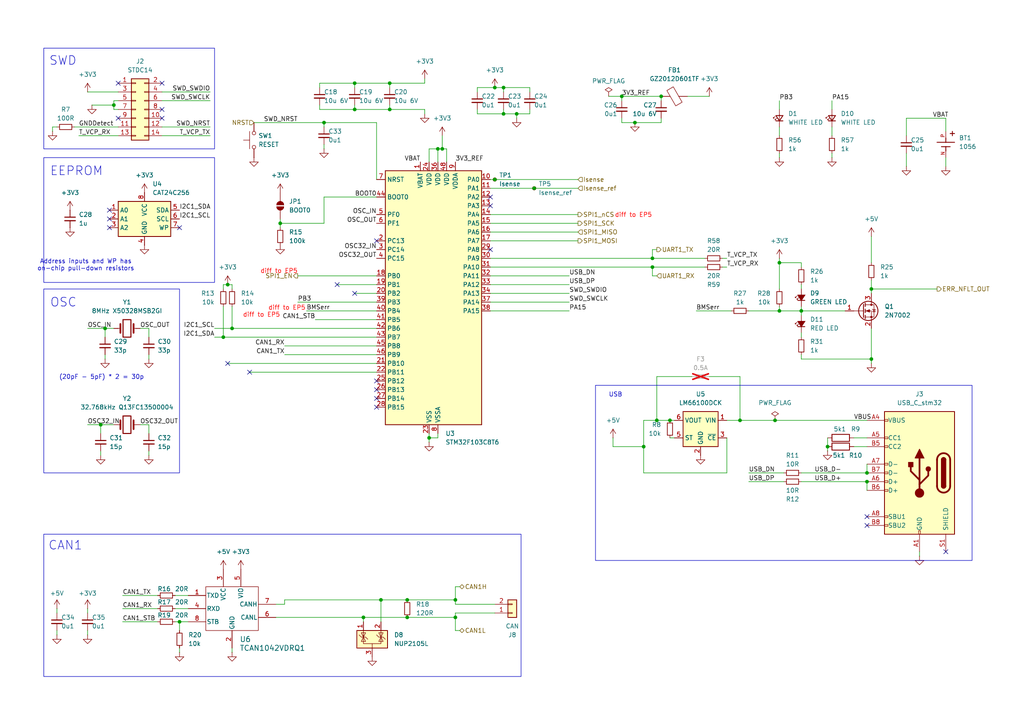
<source format=kicad_sch>
(kicad_sch (version 20231120) (generator "eeschema") (generator_version "8.0")
  (paper "A4")
  (title_block (title "ACC_BMSmaster") (date "2025-05-10") (rev "3.0") (company "NTURacing Team") (comment 1 "Powertrain Group") (comment 2 "Jack Kuo 郭哲明"))
  (junction (at 132.08 173.99))
  (junction (at 240.03 129.54))
  (junction (at 66.04 82.55))
  (junction (at 191.77 27.94))
  (junction (at 132.08 179.07))
  (junction (at 180.34 27.94))
  (junction (at 194.31 121.92))
  (junction (at 113.03 31.75))
  (junction (at 251.46 139.7))
  (junction (at 226.06 90.17))
  (junction (at 29.21 123.19))
  (junction (at 118.11 173.99))
  (junction (at 232.41 90.17))
  (junction (at 128.27 43.18))
  (junction (at 190.5 121.92))
  (junction (at 110.49 173.99))
  (junction (at 33.02 30.48))
  (junction (at 252.73 104.14))
  (junction (at 127 43.18))
  (junction (at 102.87 31.75))
  (junction (at 105.41 179.07))
  (junction (at 224.79 121.92))
  (junction (at 64.77 97.79))
  (junction (at 146.05 33.02))
  (junction (at 52.07 180.34))
  (junction (at 81.28 64.77))
  (junction (at 189.23 74.93))
  (junction (at 102.87 24.13))
  (junction (at 252.73 83.82))
  (junction (at 189.23 77.47))
  (junction (at 124.46 127))
  (junction (at 118.11 179.07))
  (junction (at 143.51 52.07))
  (junction (at 184.15 35.56))
  (junction (at 93.98 35.56))
  (junction (at 251.46 137.16))
  (junction (at 113.03 24.13))
  (junction (at 186.69 129.54))
  (junction (at 67.31 95.25))
  (junction (at 146.05 25.4))
  (junction (at 226.06 76.2))
  (junction (at 214.63 121.92))
  (junction (at 30.48 95.25))
  (junction (at 154.94 54.61))
  (junction (at 143.51 25.4))
  (junction (at 149.86 33.02))
  (no_connect (at 31.75 66.04))
  (no_connect (at 109.22 118.11))
  (no_connect (at 109.22 110.49))
  (no_connect (at 109.22 115.57))
  (no_connect (at 274.32 160.02))
  (no_connect (at 31.75 60.96))
  (no_connect (at 66.04 105.41))
  (no_connect (at 109.22 113.03))
  (no_connect (at 97.79 82.55))
  (no_connect (at 142.24 72.39))
  (no_connect (at 31.75 63.5))
  (no_connect (at 46.99 24.13))
  (no_connect (at 142.24 57.15))
  (no_connect (at 251.46 149.86))
  (no_connect (at 52.07 66.04))
  (no_connect (at 46.99 34.29))
  (no_connect (at 46.99 31.75))
  (no_connect (at 34.29 24.13))
  (no_connect (at 109.22 69.85))
  (no_connect (at 34.29 34.29))
  (no_connect (at 102.87 85.09))
  (no_connect (at 142.24 59.69))
  (no_connect (at 251.46 152.4))
  (no_connect (at 72.39 107.95))
  (wire (pts (xy 46.99 39.37) (xy 60.96 39.37)))
  (wire (pts (xy 232.41 82.55) (xy 232.41 83.82)))
  (wire (pts (xy 205.74 109.22) (xy 214.63 109.22)))
  (wire (pts (xy 25.4 184.15) (xy 25.4 182.88)))
  (wire (pts (xy 232.41 90.17) (xy 245.11 90.17)))
  (wire (pts (xy 142.24 69.85) (xy 167.64 69.85)))
  (wire (pts (xy 62.23 95.25) (xy 67.31 95.25)))
  (wire (pts (xy 16.51 184.15) (xy 16.51 182.88)))
  (wire (pts (xy 46.99 29.21) (xy 60.96 29.21)))
  (wire (pts (xy 232.41 137.16) (xy 251.46 137.16)))
  (wire (pts (xy 217.17 137.16) (xy 227.33 137.16)))
  (wire (pts (xy 143.51 177.8) (xy 132.08 177.8)))
  (wire (pts (xy 72.39 107.95) (xy 109.22 107.95)))
  (wire (pts (xy 16.51 177.8) (xy 16.51 176.53)))
  (wire (pts (xy 180.34 27.94) (xy 180.34 29.21)))
  (wire (pts (xy 102.87 24.13) (xy 102.87 25.4)))
  (wire (pts (xy 35.56 176.53) (xy 45.72 176.53)))
  (wire (pts (xy 146.05 25.4) (xy 153.67 25.4)))
  (wire (pts (xy 247.65 127) (xy 251.46 127)))
  (wire (pts (xy 129.54 43.18) (xy 129.54 46.99)))
  (wire (pts (xy 30.48 102.87) (xy 30.48 104.14)))
  (wire (pts (xy 15.24 36.83) (xy 15.24 38.1)))
  (wire (pts (xy 92.71 24.13) (xy 92.71 25.4)))
  (wire (pts (xy 190.5 72.39) (xy 189.23 72.39)))
  (wire (pts (xy 128.27 39.37) (xy 128.27 43.18)))
  (wire (pts (xy 127 127) (xy 124.46 127)))
  (wire (pts (xy 30.48 95.25) (xy 30.48 97.79)))
  (wire (pts (xy 153.67 25.4) (xy 153.67 26.67)))
  (wire (pts (xy 180.34 27.94) (xy 191.77 27.94)))
  (wire (pts (xy 109.22 35.56) (xy 109.22 52.07)))
  (wire (pts (xy 124.46 43.18) (xy 124.46 46.99)))
  (wire (pts (xy 138.43 33.02) (xy 146.05 33.02)))
  (wire (pts (xy 35.56 180.34) (xy 45.72 180.34)))
  (wire (pts (xy 252.73 104.14) (xy 252.73 105.41)))
  (wire (pts (xy 252.73 95.25) (xy 252.73 104.14)))
  (wire (pts (xy 262.89 48.26) (xy 262.89 44.45)))
  (wire (pts (xy 226.06 76.2) (xy 226.06 83.82)))
  (wire (pts (xy 80.01 179.07) (xy 105.41 179.07)))
  (wire (pts (xy 180.34 35.56) (xy 184.15 35.56)))
  (wire (pts (xy 22.86 39.37) (xy 34.29 39.37)))
  (wire (pts (xy 189.23 72.39) (xy 189.23 74.93)))
  (wire (pts (xy 274.32 48.26) (xy 274.32 45.72)))
  (wire (pts (xy 146.05 25.4) (xy 146.05 26.67)))
  (wire (pts (xy 25.4 95.25) (xy 30.48 95.25)))
  (wire (pts (xy 241.3 29.21) (xy 241.3 31.75)))
  (wire (pts (xy 226.06 45.72) (xy 226.06 44.45)))
  (wire (pts (xy 189.23 77.47) (xy 204.47 77.47)))
  (wire (pts (xy 201.93 90.17) (xy 212.09 90.17)))
  (wire (pts (xy 232.41 88.9) (xy 232.41 90.17)))
  (wire (pts (xy 226.06 39.37) (xy 226.06 36.83)))
  (wire (pts (xy 33.02 31.75) (xy 34.29 31.75)))
  (wire (pts (xy 124.46 128.27) (xy 124.46 127)))
  (wire (pts (xy 30.48 95.25) (xy 33.02 95.25)))
  (wire (pts (xy 82.55 173.99) (xy 110.49 173.99)))
  (wire (pts (xy 46.99 36.83) (xy 60.96 36.83)))
  (wire (pts (xy 81.28 66.04) (xy 81.28 64.77)))
  (wire (pts (xy 102.87 24.13) (xy 113.03 24.13)))
  (wire (pts (xy 102.87 31.75) (xy 92.71 31.75)))
  (wire (pts (xy 138.43 25.4) (xy 138.43 26.67)))
  (wire (pts (xy 93.98 36.83) (xy 93.98 35.56)))
  (wire (pts (xy 43.18 97.79) (xy 43.18 95.25)))
  (wire (pts (xy 132.08 170.18) (xy 133.35 170.18)))
  (wire (pts (xy 266.7 161.29) (xy 266.7 160.02)))
  (wire (pts (xy 128.27 43.18) (xy 129.54 43.18)))
  (wire (pts (xy 142.24 85.09) (xy 165.1 85.09)))
  (wire (pts (xy 67.31 88.9) (xy 67.31 95.25)))
  (wire (pts (xy 195.58 127) (xy 194.31 127)))
  (wire (pts (xy 109.22 57.15) (xy 93.98 57.15)))
  (wire (pts (xy 146.05 33.02) (xy 146.05 31.75)))
  (wire (pts (xy 82.55 173.99) (xy 82.55 175.26)))
  (wire (pts (xy 132.08 182.88) (xy 132.08 179.07)))
  (wire (pts (xy 50.8 172.72) (xy 54.61 172.72)))
  (wire (pts (xy 142.24 87.63) (xy 165.1 87.63)))
  (wire (pts (xy 50.8 176.53) (xy 54.61 176.53)))
  (wire (pts (xy 200.66 109.22) (xy 190.5 109.22)))
  (wire (pts (xy 189.23 74.93) (xy 204.47 74.93)))
  (wire (pts (xy 113.03 31.75) (xy 113.03 30.48)))
  (wire (pts (xy 214.63 109.22) (xy 214.63 121.92)))
  (wire (pts (xy 113.03 24.13) (xy 113.03 25.4)))
  (wire (pts (xy 82.55 100.33) (xy 109.22 100.33)))
  (wire (pts (xy 217.17 90.17) (xy 226.06 90.17)))
  (wire (pts (xy 102.87 24.13) (xy 92.71 24.13)))
  (wire (pts (xy 146.05 33.02) (xy 149.86 33.02)))
  (wire (pts (xy 123.19 33.02) (xy 123.19 31.75)))
  (wire (pts (xy 189.23 80.01) (xy 189.23 77.47)))
  (wire (pts (xy 262.89 34.29) (xy 274.32 34.29)))
  (wire (pts (xy 102.87 85.09) (xy 109.22 85.09)))
  (wire (pts (xy 142.24 90.17) (xy 165.1 90.17)))
  (wire (pts (xy 93.98 41.91) (xy 93.98 43.18)))
  (wire (pts (xy 105.41 179.07) (xy 118.11 179.07)))
  (wire (pts (xy 240.03 127) (xy 240.03 129.54)))
  (wire (pts (xy 91.44 92.71) (xy 109.22 92.71)))
  (wire (pts (xy 128.27 43.18) (xy 127 43.18)))
  (wire (pts (xy 226.06 90.17) (xy 232.41 90.17)))
  (wire (pts (xy 16.51 36.83) (xy 15.24 36.83)))
  (wire (pts (xy 86.36 87.63) (xy 109.22 87.63)))
  (wire (pts (xy 138.43 33.02) (xy 138.43 31.75)))
  (wire (pts (xy 35.56 172.72) (xy 45.72 172.72)))
  (wire (pts (xy 132.08 170.18) (xy 132.08 173.99)))
  (wire (pts (xy 240.03 129.54) (xy 240.03 130.81)))
  (wire (pts (xy 81.28 64.77) (xy 81.28 63.5)))
  (wire (pts (xy 113.03 31.75) (xy 102.87 31.75)))
  (wire (pts (xy 123.19 22.86) (xy 123.19 24.13)))
  (wire (pts (xy 176.53 27.94) (xy 180.34 27.94)))
  (wire (pts (xy 191.77 29.21) (xy 191.77 27.94)))
  (wire (pts (xy 127 43.18) (xy 127 46.99)))
  (wire (pts (xy 190.5 121.92) (xy 186.69 121.92)))
  (wire (pts (xy 33.02 29.21) (xy 33.02 30.48)))
  (wire (pts (xy 92.71 31.75) (xy 92.71 30.48)))
  (wire (pts (xy 43.18 125.73) (xy 43.18 123.19)))
  (wire (pts (xy 143.51 25.4) (xy 146.05 25.4)))
  (wire (pts (xy 142.24 74.93) (xy 189.23 74.93)))
  (wire (pts (xy 190.5 109.22) (xy 190.5 121.92)))
  (wire (pts (xy 142.24 80.01) (xy 165.1 80.01)))
  (wire (pts (xy 29.21 123.19) (xy 29.21 125.73)))
  (wire (pts (xy 241.3 45.72) (xy 241.3 44.45)))
  (wire (pts (xy 102.87 31.75) (xy 102.87 30.48)))
  (wire (pts (xy 62.23 97.79) (xy 64.77 97.79)))
  (wire (pts (xy 232.41 97.79) (xy 232.41 96.52)))
  (wire (pts (xy 149.86 34.29) (xy 149.86 33.02)))
  (wire (pts (xy 180.34 34.29) (xy 180.34 35.56)))
  (wire (pts (xy 167.64 54.61) (xy 154.94 54.61)))
  (wire (pts (xy 143.51 175.26) (xy 132.08 175.26)))
  (wire (pts (xy 195.58 121.92) (xy 194.31 121.92)))
  (wire (pts (xy 186.69 129.54) (xy 186.69 137.16)))
  (wire (pts (xy 52.07 182.88) (xy 52.07 180.34)))
  (wire (pts (xy 93.98 64.77) (xy 81.28 64.77)))
  (wire (pts (xy 113.03 24.13) (xy 123.19 24.13)))
  (wire (pts (xy 43.18 130.81) (xy 43.18 132.08)))
  (wire (pts (xy 190.5 80.01) (xy 189.23 80.01)))
  (wire (pts (xy 67.31 95.25) (xy 109.22 95.25)))
  (wire (pts (xy 93.98 35.56) (xy 109.22 35.56)))
  (wire (pts (xy 66.04 105.41) (xy 109.22 105.41)))
  (wire (pts (xy 210.82 74.93) (xy 209.55 74.93)))
  (wire (pts (xy 224.79 121.92) (xy 251.46 121.92)))
  (wire (pts (xy 33.02 30.48) (xy 33.02 31.75)))
  (wire (pts (xy 93.98 57.15) (xy 93.98 64.77)))
  (wire (pts (xy 33.02 30.48) (xy 26.67 30.48)))
  (wire (pts (xy 217.17 139.7) (xy 227.33 139.7)))
  (wire (pts (xy 40.64 95.25) (xy 43.18 95.25)))
  (wire (pts (xy 199.39 27.94) (xy 205.74 27.94)))
  (wire (pts (xy 232.41 90.17) (xy 232.41 91.44)))
  (wire (pts (xy 209.55 77.47) (xy 210.82 77.47)))
  (wire (pts (xy 252.73 83.82) (xy 271.78 83.82)))
  (wire (pts (xy 184.15 35.56) (xy 191.77 35.56)))
  (wire (pts (xy 226.06 74.93) (xy 226.06 76.2)))
  (wire (pts (xy 177.8 127) (xy 177.8 129.54)))
  (wire (pts (xy 142.24 77.47) (xy 189.23 77.47)))
  (wire (pts (xy 142.24 67.31) (xy 167.64 67.31)))
  (wire (pts (xy 232.41 76.2) (xy 226.06 76.2)))
  (wire (pts (xy 64.77 82.55) (xy 64.77 83.82)))
  (wire (pts (xy 210.82 127) (xy 210.82 137.16)))
  (wire (pts (xy 214.63 121.92) (xy 224.79 121.92)))
  (wire (pts (xy 123.19 31.75) (xy 113.03 31.75)))
  (wire (pts (xy 21.59 36.83) (xy 34.29 36.83)))
  (wire (pts (xy 64.77 88.9) (xy 64.77 97.79)))
  (wire (pts (xy 186.69 121.92) (xy 186.69 129.54)))
  (wire (pts (xy 25.4 177.8) (xy 25.4 176.53)))
  (wire (pts (xy 252.73 85.09) (xy 252.73 83.82)))
  (wire (pts (xy 80.01 175.26) (xy 82.55 175.26)))
  (wire (pts (xy 226.06 88.9) (xy 226.06 90.17)))
  (wire (pts (xy 167.64 52.07) (xy 143.51 52.07)))
  (wire (pts (xy 67.31 82.55) (xy 66.04 82.55)))
  (wire (pts (xy 132.08 173.99) (xy 118.11 173.99)))
  (wire (pts (xy 25.4 26.67) (xy 34.29 26.67)))
  (wire (pts (xy 232.41 139.7) (xy 251.46 139.7)))
  (wire (pts (xy 52.07 180.34) (xy 54.61 180.34)))
  (wire (pts (xy 52.07 189.23) (xy 52.07 187.96)))
  (wire (pts (xy 105.41 179.07) (xy 105.41 180.34)))
  (wire (pts (xy 97.79 82.55) (xy 109.22 82.55)))
  (wire (pts (xy 25.4 123.19) (xy 29.21 123.19)))
  (wire (pts (xy 127 43.18) (xy 124.46 43.18)))
  (wire (pts (xy 132.08 177.8) (xy 132.08 179.07)))
  (wire (pts (xy 40.64 123.19) (xy 43.18 123.19)))
  (wire (pts (xy 46.99 26.67) (xy 60.96 26.67)))
  (wire (pts (xy 232.41 104.14) (xy 232.41 102.87)))
  (wire (pts (xy 64.77 97.79) (xy 109.22 97.79)))
  (wire (pts (xy 132.08 179.07) (xy 118.11 179.07)))
  (wire (pts (xy 232.41 104.14) (xy 252.73 104.14)))
  (wire (pts (xy 143.51 52.07) (xy 142.24 52.07)))
  (wire (pts (xy 67.31 189.23) (xy 67.31 187.96)))
  (wire (pts (xy 247.65 129.54) (xy 251.46 129.54)))
  (wire (pts (xy 142.24 64.77) (xy 167.64 64.77)))
  (wire (pts (xy 274.32 34.29) (xy 274.32 38.1)))
  (wire (pts (xy 64.77 82.55) (xy 66.04 82.55)))
  (wire (pts (xy 142.24 82.55) (xy 165.1 82.55)))
  (wire (pts (xy 82.55 102.87) (xy 109.22 102.87)))
  (wire (pts (xy 67.31 83.82) (xy 67.31 82.55)))
  (wire (pts (xy 191.77 35.56) (xy 191.77 34.29)))
  (wire (pts (xy 110.49 173.99) (xy 118.11 173.99)))
  (wire (pts (xy 251.46 139.7) (xy 251.46 142.24)))
  (wire (pts (xy 149.86 33.02) (xy 153.67 33.02)))
  (wire (pts (xy 241.3 39.37) (xy 241.3 36.83)))
  (wire (pts (xy 252.73 81.28) (xy 252.73 83.82)))
  (wire (pts (xy 73.66 35.56) (xy 93.98 35.56)))
  (wire (pts (xy 29.21 130.81) (xy 29.21 132.08)))
  (wire (pts (xy 29.21 123.19) (xy 33.02 123.19)))
  (wire (pts (xy 132.08 182.88) (xy 133.35 182.88)))
  (wire (pts (xy 50.8 180.34) (xy 52.07 180.34)))
  (wire (pts (xy 132.08 175.26) (xy 132.08 173.99)))
  (wire (pts (xy 194.31 121.92) (xy 190.5 121.92)))
  (wire (pts (xy 153.67 33.02) (xy 153.67 31.75)))
  (wire (pts (xy 262.89 34.29) (xy 262.89 39.37)))
  (wire (pts (xy 226.06 29.21) (xy 226.06 31.75)))
  (wire (pts (xy 127 125.73) (xy 127 127)))
  (wire (pts (xy 34.29 29.21) (xy 33.02 29.21)))
  (wire (pts (xy 110.49 173.99) (xy 110.49 180.34)))
  (wire (pts (xy 154.94 54.61) (xy 142.24 54.61)))
  (wire (pts (xy 210.82 121.92) (xy 214.63 121.92)))
  (wire (pts (xy 43.18 102.87) (xy 43.18 104.14)))
  (wire (pts (xy 251.46 134.62) (xy 251.46 137.16)))
  (wire (pts (xy 143.51 25.4) (xy 138.43 25.4)))
  (wire (pts (xy 142.24 62.23) (xy 167.64 62.23)))
  (wire (pts (xy 252.73 68.58) (xy 252.73 76.2)))
  (wire (pts (xy 177.8 129.54) (xy 186.69 129.54)))
  (wire (pts (xy 210.82 137.16) (xy 186.69 137.16)))
  (wire (pts (xy 124.46 127) (xy 124.46 125.73)))
  (wire (pts (xy 88.9 90.17) (xy 109.22 90.17)))
  (wire (pts (xy 232.41 77.47) (xy 232.41 76.2)))
  (wire (pts (xy 86.36 80.01) (xy 109.22 80.01)))
  (rectangle (start 12.7 13.97) (end 62.23 43.18))
  (rectangle (start 172.72 111.76) (end 281.94 162.56))
  (rectangle (start 12.7 45.72) (end 62.23 81.915))
  (rectangle (start 12.7 154.94) (end 151.13 196.215))
  (rectangle (start 12.7 83.82) (end 52.07 137.16))
  (text "diff to EP5" (at 178.308 62.484 0) (effects (font (size 1.27 1.27)) (justify left)))
  (text "diff to EP5" (at 86.36 78.74 0) (effects (font (size 1.27 1.27)) (justify right)))
  (text "EEPROM" (at 14.478 48.26 0) (effects (font (size 2.54 2.54)) (justify left top)))
  (text "SWD" (at 14.224 16.256 0) (effects (font (size 2.54 2.54)) (justify left top)))
  (text "Address inputs and WP has\non-chip pull-down resistors" (at 24.892 76.962 0) (effects (font (size 1.27 1.27))))
  (text "OSC" (at 14.478 86.36 0) (effects (font (size 2.54 2.54)) (justify left top)))
  (text "(20pF - 5pF) * 2 = 30p" (at 29.464 109.474 0) (effects (font (size 1.27 1.27))))
  (text "USB" (at 176.53 115.316 0) (effects (font (size 1.27 1.27)) (justify left bottom)))
  (text "diff to EP5" (at 81.28 91.44 0) (effects (font (size 1.27 1.27)) (justify right)))
  (text "diff to EP5" (at 88.646 89.408 0) (effects (font (size 1.27 1.27)) (justify right)))
  (text "CAN1" (at 13.97 156.845 0) (effects (font (size 2.54 2.54)) (justify left top)))
  (label "OSC32_OUT" (at 109.22 74.93 180))
  (label "CAN1_STB" (at 91.44 92.71 180))
  (label "OSC32_IN" (at 25.4 123.19 0))
  (label "OSC32_OUT" (at 40.64 123.19 0))
  (label "T_VCP_TX" (at 210.82 74.93 0))
  (label "OSC_OUT" (at 109.22 64.77 180))
  (label "SWD_SWCLK" (at 60.96 29.21 180))
  (label "CAN1_TX" (at 82.55 102.87 180))
  (label "OSC_OUT" (at 40.64 95.25 0))
  (label "PB3" (at 226.06 29.21 0))
  (label "SWD_NRST" (at 60.96 36.83 180))
  (label "OSC_IN" (at 109.22 62.23 180))
  (label "BMSerr" (at 201.93 90.17 0))
  (label "VBAT" (at 121.92 46.99 180))
  (label "CAN1_STB" (at 35.56 180.34 0))
  (label "USB_DP" (at 165.1 82.55 0))
  (label "USB_D+" (at 236.22 139.7 0))
  (label "BOOT0" (at 109.22 57.15 180))
  (label "OSC_IN" (at 25.4 95.25 0))
  (label "USB_DP" (at 217.17 139.7 0))
  (label "3V3_REF" (at 132.08 46.99 0))
  (label "I2C1_SDA" (at 62.23 97.79 180))
  (label "GNDDetect" (at 22.86 36.83 0))
  (label "CAN1_TX" (at 35.56 172.72 0))
  (label "I2C1_SCL" (at 52.07 63.5 0))
  (label "USB_DN" (at 165.1 80.01 0))
  (label "I2C1_SDA" (at 52.07 60.96 0))
  (label "PB3" (at 86.36 87.63 0))
  (label "PA15" (at 165.1 90.17 0))
  (label "VBUS" (at 247.65 121.92 0))
  (label "CAN1_RX" (at 35.56 176.53 0))
  (label "T_VCP_RX" (at 210.82 77.47 0))
  (label "CAN1_RX" (at 82.55 100.33 180))
  (label "SWD_SWDIO" (at 165.1 85.09 0))
  (label "T_VCP_TX" (at 60.96 39.37 180))
  (label "USB_DN" (at 217.17 137.16 0))
  (label "SWD_NRST" (at 86.36 35.56 180))
  (label "BMSerr" (at 88.9 90.17 0))
  (label "SWD_SWCLK" (at 165.1 87.63 0))
  (label "3V3_REF" (at 180.34 27.94 0))
  (label "I2C1_SCL" (at 62.23 95.25 180))
  (label "PA15" (at 241.3 29.21 0))
  (label "OSC32_IN" (at 109.22 72.39 180))
  (label "VBAT" (at 270.51 34.29 0))
  (label "USB_D-" (at 236.22 137.16 0))
  (label "SWD_SWDIO" (at 60.96 26.67 180))
  (label "T_VCP_RX" (at 22.86 39.37 0))
  (hierarchical_label "Isense_ref" (shape input) (at 167.64 54.61 0))
  (hierarchical_label "CAN1L" (shape bidirectional) (at 133.35 182.88 0))
  (hierarchical_label "SPI1_MISO" (shape input) (at 167.64 67.31 0))
  (hierarchical_label "CAN1H" (shape bidirectional) (at 133.35 170.18 0))
  (hierarchical_label "SPI1_MOSI" (shape output) (at 167.64 69.85 0))
  (hierarchical_label "SPI1_nCS" (shape output) (at 167.64 62.23 0))
  (hierarchical_label "SPI1_EN" (shape output) (at 86.36 80.01 180))
  (hierarchical_label "NRST" (shape input) (at 73.66 35.56 180))
  (hierarchical_label "UART1_RX" (shape input) (at 190.5 80.01 0))
  (hierarchical_label "SPI1_SCK" (shape output) (at 167.64 64.77 0))
  (hierarchical_label "ERR_NFLT_OUT" (shape output) (at 271.78 83.82 0))
  (hierarchical_label "UART1_TX" (shape output) (at 190.5 72.39 0))
  (hierarchical_label "Isense" (shape input) (at 167.64 52.07 0))
  (symbol (lib_id "power:GND") (at 240.03 130.81 0) (unit 1)
    (property "Reference" "#PWR047" (effects (hide yes)))
    (property "Value" "GND" (effects (hide yes)))
    (property "Description" "Power symbol creates a global label with name \"GND\" , ground" (effects (hide yes)))
  )
  (symbol (lib_id "Device:R_Small") (at 19.05 36.83 90) (unit 1)
    (property "Reference" "R7" (at 19.05 31.75 90))
    (property "Value" "100R" (at 19.05 34.29 90))
    (property "Footprint" "Resistor_SMD:R_0402_1005Metric" (effects (hide yes)))
    (property "Description" "Resistor, small symbol" (effects (hide yes)))
  )
  (symbol (lib_id "Device:R_Small") (at 229.87 137.16 90) (unit 1)
    (property "Reference" "R11" (at 229.87 132.08 90))
    (property "Value" "10R" (at 229.87 134.62 90))
    (property "Footprint" "Resistor_SMD:R_0402_1005Metric" (effects (hide yes)))
    (property "Description" "Resistor, small symbol" (effects (hide yes)))
  )
  (symbol (lib_id "Device:R_Small") (at 232.41 80.01 0) (unit 1)
    (property "Reference" "R26" (at 234.95 78.7399 0) (effects (justify left)))
    (property "Value" "1k" (at 234.95 81.2799 0) (effects (justify left)))
    (property "Footprint" "Resistor_SMD:R_0402_1005Metric" (effects (hide yes)))
    (property "Description" "Resistor, small symbol" (effects (hide yes)))
  )
  (symbol (lib_id "Device:R_Small") (at 232.41 100.33 0) (unit 1)
    (property "Reference" "R31" (at 234.95 99.0599 0) (effects (justify left)))
    (property "Value" "1k" (at 234.95 101.5999 0) (effects (justify left)))
    (property "Footprint" "Resistor_SMD:R_0402_1005Metric" (effects (hide yes)))
    (property "Description" "Resistor, small symbol" (effects (hide yes)))
  )
  (symbol (lib_id "Device:R_Small") (at 67.31 86.36 0) (unit 1)
    (property "Reference" "R14" (at 69.85 85.09 0) (effects (justify left)))
    (property "Value" "10k" (at 69.85 87.63 0) (effects (justify left)))
    (property "Footprint" "Resistor_SMD:R_0402_1005Metric" (effects (hide yes)))
    (property "Description" "Resistor, small symbol" (effects (hide yes)))
  )
  (symbol (lib_id "Power_Protection:NUP2105L") (at 107.95 185.42 0) (unit 1)
    (property "Reference" "D8" (at 114.3 184.1499 0) (effects (justify left)))
    (property "Value" "NUP2105L" (at 114.3 186.6899 0) (effects (justify left)))
    (property "Footprint" "Package_TO_SOT_SMD:SOT-23" (effects (hide yes)))
    (property "Datasheet" "https://www.onsemi.com/pub_link/Collateral/NUP2105L-D.PDF" (effects (hide yes)))
    (property "Description" "Dual Line CAN Bus Protector, 24Vrwm" (effects (hide yes)))
  )
  (symbol (lib_id "Device:C_Small") (at 30.48 100.33 0) (unit 1)
    (property "Reference" "C29" (at 33.02 99.0663 0) (effects (justify left)))
    (property "Value" "33p" (at 33.02 101.6063 0) (effects (justify left)))
    (property "Footprint" "Capacitor_SMD:C_0402_1005Metric" (effects (hide yes)))
    (property "Description" "Unpolarized capacitor, small symbol" (effects (hide yes)))
  )
  (symbol (lib_id "Device:C_Small") (at 43.18 128.27 0) (unit 1)
    (property "Reference" "C32" (at 45.72 127.0062 0) (effects (justify left)))
    (property "Value" "15p" (at 45.72 129.5462 0) (effects (justify left)))
    (property "Footprint" "Capacitor_SMD:C_0402_1005Metric" (effects (hide yes)))
    (property "Description" "Unpolarized capacitor, small symbol" (effects (hide yes)))
  )
  (symbol (lib_id "power:GND") (at 29.21 132.08 0) (unit 1)
    (property "Reference" "#PWR043" (effects (hide yes)))
    (property "Value" "GND" (effects (hide yes)))
    (property "Description" "Power symbol creates a global label with name \"GND\" , ground" (effects (hide yes)))
  )
  (symbol (lib_id "Device:C_Small") (at 92.71 27.94 0) (unit 1)
    (property "Reference" "C18" (at 93.98 26.67 0) (effects (justify left)))
    (property "Value" "10u 6V" (at 93.98 29.21 0) (effects (justify left)))
    (property "Footprint" "Capacitor_SMD:C_0402_1005Metric" (effects (hide yes)))
    (property "Description" "Unpolarized capacitor, small symbol" (effects (hide yes)))
  )
  (symbol (lib_id "Device:LED_Small_Filled") (at 232.41 93.98 90) (unit 1)
    (property "Reference" "D11" (at 234.95 92.6464 90) (effects (justify right)))
    (property "Value" "RED LED" (at 234.95 95.1864 90) (effects (justify right)))
    (property "Footprint" "LED_SMD:LED_0603_1608Metric" (effects (hide yes)))
    (property "Description" "Light emitting diode, small symbol, filled shape" (effects (hide yes)))
  )
  (symbol (lib_id "power:GND") (at 226.06 45.72 0) (unit 1)
    (property "Reference" "#PWR0108" (effects (hide yes)))
    (property "Value" "GND" (effects (hide yes)))
    (property "Description" "Power symbol creates a global label with name \"GND\" , ground" (effects (hide yes)))
  )
  (symbol (lib_id "power:+3V3") (at 69.85 165.1 0) (unit 1)
    (property "Reference" "#PWR055" (effects (hide yes)))
    (property "Value" "+3V3" (at 69.85 160.02 0))
    (property "Description" "Power symbol creates a global label with name \"+3V3\"" (effects (hide yes)))
  )
  (symbol (lib_id "power:GND") (at 16.51 184.15 0) (unit 1)
    (property "Reference" "#PWR058" (effects (hide yes)))
    (property "Value" "GND" (effects (hide yes)))
    (property "Description" "Power symbol creates a global label with name \"GND\" , ground" (effects (hide yes)))
  )
  (symbol (lib_id "power:+3V3") (at 25.4 26.67 0) (unit 1)
    (property "Reference" "#PWR034" (effects (hide yes)))
    (property "Value" "+3V3" (at 25.4 21.59 0))
    (property "Description" "Power symbol creates a global label with name \"+3V3\"" (effects (hide yes)))
  )
  (symbol (lib_id "power:GND") (at 30.48 104.14 0) (unit 1)
    (property "Reference" "#PWR041" (effects (hide yes)))
    (property "Value" "GND" (effects (hide yes)))
    (property "Description" "Power symbol creates a global label with name \"GND\" , ground" (effects (hide yes)))
  )
  (symbol (lib_id "Switch:SW_Push") (at 73.66 40.64 90) (unit 1)
    (property "Reference" "SW1" (at 74.93 39.37 90) (effects (justify right)))
    (property "Value" "RESET" (at 74.93 41.91 90) (effects (justify right)))
    (property "Footprint" "Button_Switch_SMD:SW_Tactile_SPST_NO_Straight_CK_PTS636Sx25SMTRLFS" (effects (hide yes)))
    (property "Description" "Push button switch, generic, two pins" (effects (hide yes)))
  )
  (symbol (lib_id "power:+5V") (at 252.73 68.58 0) (unit 1)
    (property "Reference" "#PWR072" (effects (hide yes)))
    (property "Value" "+5V" (at 252.73 63.5 0))
    (property "Description" "Power symbol creates a global label with name \"+5V\"" (effects (hide yes)))
  )
  (symbol (lib_id "Device:C_Small") (at 25.4 180.34 0) (unit 1)
    (property "Reference" "C35" (at 26.67 179.07 0) (effects (justify left)))
    (property "Value" "0u1" (at 26.67 181.61 0) (effects (justify left)))
    (property "Footprint" "Capacitor_SMD:C_0402_1005Metric" (effects (hide yes)))
    (property "Description" "Unpolarized capacitor, small symbol" (effects (hide yes)))
  )
  (symbol (lib_id "Connector:TestPoint_Small") (at 143.51 52.07 0) (unit 1)
    (property "Reference" "TP1" (at 144.78 50.8 0) (effects (justify left)))
    (property "Value" "Isense" (at 144.78 53.34 0) (effects (justify left)))
    (property "Footprint" "TestPoint:TestPoint_Pad_D1.0mm" (effects (hide yes)))
    (property "Description" "test point" (effects (hide yes)))
  )
  (symbol (lib_id "power:GND") (at 26.67 30.48 0) (unit 1)
    (property "Reference" "#PWR035" (effects (hide yes)))
    (property "Value" "GND" (effects (hide yes)))
    (property "Description" "Power symbol creates a global label with name \"GND\" , ground" (effects (hide yes)))
  )
  (symbol (lib_id "MCU_ST_STM32F3:STM32F303C8Tx") (at 124.46 87.63 0) (unit 1)
    (property "Reference" "U3" (at 129.1941 125.73 0) (effects (justify left)))
    (property "Value" "STM32F103C8T6" (at 129.1941 128.27 0) (effects (justify left)))
    (property "Footprint" "Package_QFP:LQFP-48_7x7mm_P0.5mm" (effects (hide yes)))
    (property "Datasheet" "https://www.st.com/resource/en/datasheet/stm32f303c8.pdf" (effects (hide yes)))
    (property "Description" "STMicroelectronics Arm Cortex-M4 MCU, 64KB flash, 16KB RAM, 72 MHz, 2.0-3.6V, 37 GPIO, LQFP48" (effects (hide yes)))
  )
  (symbol (lib_id "power:+3V3") (at 81.28 55.88 0) (unit 1)
    (property "Reference" "#PWR052" (effects (hide yes)))
    (property "Value" "+3V3" (at 81.28 50.8 0))
    (property "Description" "Power symbol creates a global label with name \"+3V3\"" (effects (hide yes)))
  )
  (symbol (lib_id "Device:R") (at 243.84 127 90) (unit 1)
    (property "Reference" "R9" (at 248.158 124.46 90))
    (property "Value" "5k1" (at 243.586 124.46 90))
    (property "Footprint" "Resistor_SMD:R_0402_1005Metric" (effects (hide yes)))
    (property "Description" "Resistor" (effects (hide yes)))
  )
  (symbol (lib_id "power:GND") (at 107.95 190.5 0) (unit 1)
    (property "Reference" "#PWR062" (effects (hide yes)))
    (property "Value" "GND" (effects (hide yes)))
    (property "Description" "Power symbol creates a global label with name \"GND\" , ground" (effects (hide yes)))
  )
  (symbol (lib_id "power:GND") (at 43.18 104.14 0) (unit 1)
    (property "Reference" "#PWR042" (effects (hide yes)))
    (property "Value" "GND" (effects (hide yes)))
    (property "Description" "Power symbol creates a global label with name \"GND\" , ground" (effects (hide yes)))
  )
  (symbol (lib_id "Device:R") (at 243.84 129.54 90) (mirror x) (unit 1)
    (property "Reference" "R10" (at 248.158 132.08 90))
    (property "Value" "5k1" (at 243.332 132.08 90))
    (property "Footprint" "Resistor_SMD:R_0402_1005Metric" (effects (hide yes)))
    (property "Description" "Resistor" (effects (hide yes)))
  )
  (symbol (lib_id "Device:R_Small") (at 226.06 86.36 0) (mirror y) (unit 1)
    (property "Reference" "R28" (at 223.52 85.09 0) (effects (justify left)))
    (property "Value" "10k" (at 223.52 87.63 0) (effects (justify left)))
    (property "Footprint" "Resistor_SMD:R_0402_1005Metric" (effects (hide yes)))
    (property "Description" "Resistor, small symbol" (effects (hide yes)))
  )
  (symbol (lib_id "Device:R_Small") (at 48.26 172.72 90) (unit 1)
    (property "Reference" "R16" (at 47.625 170.815 90))
    (property "Value" "20R" (at 52.705 170.815 90))
    (property "Footprint" "Resistor_SMD:R_0402_1005Metric" (effects (hide yes)))
    (property "Description" "Resistor, small symbol" (effects (hide yes)))
  )
  (symbol (lib_id "Device:C_Small") (at 29.21 128.27 0) (unit 1)
    (property "Reference" "C31" (at 31.75 127.0062 0) (effects (justify left)))
    (property "Value" "15p" (at 31.75 129.5462 0) (effects (justify left)))
    (property "Footprint" "Capacitor_SMD:C_0402_1005Metric" (effects (hide yes)))
    (property "Description" "Unpolarized capacitor, small symbol" (effects (hide yes)))
  )
  (symbol (lib_id "power:GND") (at 252.73 105.41 0) (unit 1)
    (property "Reference" "#PWR074" (effects (hide yes)))
    (property "Value" "GND" (effects (hide yes)))
    (property "Description" "Power symbol creates a global label with name \"GND\" , ground" (effects (hide yes)))
  )
  (symbol (lib_id "Device:C_Small") (at 146.05 29.21 0) (unit 1)
    (property "Reference" "C23" (at 147.32 27.94 0) (effects (justify left)))
    (property "Value" "0u1" (at 147.32 30.48 0) (effects (justify left)))
    (property "Footprint" "Capacitor_SMD:C_0402_1005Metric" (effects (hide yes)))
    (property "Description" "Unpolarized capacitor, small symbol" (effects (hide yes)))
  )
  (symbol (lib_id "Power_Management:LM66100DCK") (at 203.2 124.46 0) (mirror y) (unit 1)
    (property "Reference" "U5" (at 203.2 114.3 0))
    (property "Value" "LM66100DCK" (at 203.2 116.84 0))
    (property "Footprint" "Package_TO_SOT_SMD:SOT-363_SC-70-6" (effects (hide yes)))
    (property "Datasheet" "https://www.ti.com/lit/ds/symlink/lm66100.pdf" (effects (hide yes)))
    (property "Description" "Ideal Diode With Input Polarity Protection 1.5 - 5.5V  Input Voltage, 1.5A Output Current, Ron 141 mOhm, SC-70-6" (effects (hide yes)))
  )
  (symbol (lib_id "Connector_Generic:Conn_02x07_Odd_Even") (at 39.37 31.75 0) (unit 1)
    (property "Reference" "J2" (at 40.64 17.78 0))
    (property "Value" "STDC14" (at 40.64 20.32 0))
    (property "Footprint" "nturt_kicad_lib_EP6:box_header_14P_pitch127" (effects (hide yes)))
    (property "Description" "Generic connector, double row, 02x07, odd/even pin numbering scheme (row 1 odd numbers, row 2 even numbers), script generated (kicad-library-utils/schlib/autogen/connector/)" (effects (hide yes)))
  )
  (symbol (lib_id "power:+3V3") (at 25.4 176.53 0) (unit 1)
    (property "Reference" "#PWR057" (effects (hide yes)))
    (property "Value" "+3V3" (at 25.4 172.085 0))
    (property "Description" "Power symbol creates a global label with name \"+3V3\"" (effects (hide yes)))
  )
  (symbol (lib_id "power:GND") (at 124.46 128.27 0) (unit 1)
    (property "Reference" "#PWR033" (effects (hide yes)))
    (property "Value" "GND" (effects (hide yes)))
    (property "Description" "Power symbol creates a global label with name \"GND\" , ground" (effects (hide yes)))
  )
  (symbol (lib_id "Device:LED_Small") (at 241.3 34.29 90) (unit 1)
    (property "Reference" "D10" (at 243.84 32.9565 90) (effects (justify right)))
    (property "Value" "WHITE LED" (at 243.84 35.4965 90) (effects (justify right)))
    (property "Footprint" "LED_SMD:LED_0603_1608Metric" (effects (hide yes)))
    (property "Description" "Light emitting diode, small symbol" (effects (hide yes)))
  )
  (symbol (lib_id "Device:R_Small") (at 81.28 68.58 0) (unit 1)
    (property "Reference" "R15" (at 83.82 67.31 0) (effects (justify left)))
    (property "Value" "100k" (at 83.82 69.85 0) (effects (justify left)))
    (property "Footprint" "Resistor_SMD:R_0402_1005Metric" (effects (hide yes)))
    (property "Description" "Resistor, small symbol" (effects (hide yes)))
  )
  (symbol (lib_id "power:GND") (at 149.86 34.29 0) (unit 1)
    (property "Reference" "#PWR030" (effects (hide yes)))
    (property "Value" "GND" (effects (hide yes)))
    (property "Description" "Power symbol creates a global label with name \"GND\" , ground" (effects (hide yes)))
  )
  (symbol (lib_id "Device:C_Small") (at 43.18 100.33 0) (unit 1)
    (property "Reference" "C30" (at 45.72 99.0663 0) (effects (justify left)))
    (property "Value" "33p" (at 45.72 101.6063 0) (effects (justify left)))
    (property "Footprint" "Capacitor_SMD:C_0402_1005Metric" (effects (hide yes)))
    (property "Description" "Unpolarized capacitor, small symbol" (effects (hide yes)))
  )
  (symbol (lib_id "power:GND") (at 274.32 48.26 0) (unit 1)
    (property "Reference" "#PWR08" (effects (hide yes)))
    (property "Value" "GND" (effects (hide yes)))
    (property "Description" "Power symbol creates a global label with name \"GND\" , ground" (effects (hide yes)))
  )
  (symbol (lib_id "Memory_EEPROM:CAT24C256") (at 41.91 63.5 0) (unit 1)
    (property "Reference" "U4" (at 44.2235 53.34 0) (effects (justify left)))
    (property "Value" "CAT24C256" (at 44.2235 55.88 0) (effects (justify left)))
    (property "Footprint" "Package_SO:SOIC-8_3.9x4.9mm_P1.27mm" (effects (hide yes)))
    (property "Datasheet" "https://www.onsemi.cn/PowerSolutions/document/CAT24C256-D.PDF" (effects (hide yes)))
    (property "Description" "256 kb CMOS Serial EEPROM, DIP-8/SOIC-8/TSSOP-8/DFN-8" (effects (hide yes)))
  )
  (symbol (lib_id "power:GND") (at 67.31 189.23 0) (unit 1)
    (property "Reference" "#PWR061" (effects (hide yes)))
    (property "Value" "GND" (effects (hide yes)))
    (property "Description" "Power symbol creates a global label with name \"GND\" , ground" (effects (hide yes)))
  )
  (symbol (lib_id "power:+3V3") (at 205.74 27.94 0) (mirror y) (unit 1)
    (property "Reference" "#PWR028" (effects (hide yes)))
    (property "Value" "+3V3" (at 205.74 22.86 0))
    (property "Description" "Power symbol creates a global label with name \"+3V3\"" (effects (hide yes)))
  )
  (symbol (lib_id "Device:C_Small") (at 102.87 27.94 0) (unit 1)
    (property "Reference" "C19" (at 104.14 26.67 0) (effects (justify left)))
    (property "Value" "10u 6V" (at 104.14 29.21 0) (effects (justify left)))
    (property "Footprint" "Capacitor_SMD:C_0402_1005Metric" (effects (hide yes)))
    (property "Description" "Unpolarized capacitor, small symbol" (effects (hide yes)))
  )
  (symbol (lib_id "Device:C_Small") (at 113.03 27.94 0) (unit 1)
    (property "Reference" "C20" (at 114.3 26.67 0) (effects (justify left)))
    (property "Value" "10u 6V" (at 114.3 29.21 0) (effects (justify left)))
    (property "Footprint" "Capacitor_SMD:C_0402_1005Metric" (effects (hide yes)))
    (property "Description" "Unpolarized capacitor, small symbol" (effects (hide yes)))
  )
  (symbol (lib_id "Device:R_Small") (at 194.31 124.46 0) (mirror y) (unit 1)
    (property "Reference" "R8" (at 191.77 123.1899 0) (effects (justify left)))
    (property "Value" "10k" (at 191.77 125.7299 0) (effects (justify left)))
    (property "Footprint" "Resistor_SMD:R_0402_1005Metric" (effects (hide yes)))
    (property "Description" "Resistor, small symbol" (effects (hide yes)))
  )
  (symbol (lib_id "Device:C_Small") (at 153.67 29.21 0) (unit 1)
    (property "Reference" "C24" (at 154.94 27.94 0) (effects (justify left)))
    (property "Value" "0u1" (at 154.94 30.48 0) (effects (justify left)))
    (property "Footprint" "Capacitor_SMD:C_0402_1005Metric" (effects (hide yes)))
    (property "Description" "Unpolarized capacitor, small symbol" (effects (hide yes)))
  )
  (symbol (lib_id "power:GND") (at 73.66 45.72 0) (unit 1)
    (property "Reference" "#PWR051" (effects (hide yes)))
    (property "Value" "GND" (effects (hide yes)))
    (property "Description" "Power symbol creates a global label with name \"GND\" , ground" (effects (hide yes)))
  )
  (symbol (lib_id "nturt_kicad_lib_EP6:1056") (at 274.32 41.91 270) (unit 1)
    (property "Reference" "BT1" (at 278.13 40.005 90) (effects (justify left)))
    (property "Value" "1056" (at 278.13 42.545 90) (effects (justify left)))
    (property "Footprint" "nturt_kicad_lib_EP6:BAT_1056" (effects (hide yes)))
    (property "PARTREV" "D" (effects (hide yes)))
    (property "STANDARD" "Manufacturer Recommendations" (effects (hide yes)))
    (property "SNAPEDA_PN" "1056" (effects (hide yes)))
    (property "MAXIMUM_PACKAGE_HEIGHT" "3.99mm" (effects (hide yes)))
    (property "MANUFACTURER" "Keystone" (effects (hide yes)))
  )
  (symbol (lib_id "Device:LED_Small") (at 226.06 34.29 90) (unit 1)
    (property "Reference" "D1" (at 228.6 32.9565 90) (effects (justify right)))
    (property "Value" "WHITE LED" (at 228.6 35.4965 90) (effects (justify right)))
    (property "Footprint" "LED_SMD:LED_0603_1608Metric" (effects (hide yes)))
    (property "Description" "Light emitting diode, small symbol" (effects (hide yes)))
  )
  (symbol (lib_id "Device:R_Small") (at 252.73 78.74 0) (unit 1)
    (property "Reference" "R25" (at 255.27 77.47 0) (effects (justify left)))
    (property "Value" "1k" (at 255.27 80.01 0) (effects (justify left)))
    (property "Footprint" "Resistor_SMD:R_0402_1005Metric" (effects (hide yes)))
    (property "Description" "Resistor, small symbol" (effects (hide yes)))
  )
  (symbol (lib_id "Device:Crystal") (at 36.83 123.19 0) (unit 1)
    (property "Reference" "Y2" (at 36.83 115.57 0))
    (property "Value" "32.768kHz Q13FC13500004" (at 36.83 118.11 0))
    (property "Footprint" "Crystal:Crystal_SMD_3215-2Pin_3.2x1.5mm" (effects (hide yes)))
    (property "Description" "Two pin crystal" (effects (hide yes)))
  )
  (symbol (lib_id "Device:R_Small") (at 118.11 176.53 0) (unit 1)
    (property "Reference" "R18" (at 120.65 175.26 0) (effects (justify left)))
    (property "Value" "120R" (at 120.65 177.8 0) (effects (justify left)))
    (property "Footprint" "Resistor_SMD:R_0402_1005Metric" (effects (hide yes)))
    (property "Description" "Resistor, small symbol" (effects (hide yes)))
  )
  (symbol (lib_id "Device:R_Small") (at 52.07 185.42 0) (unit 1)
    (property "Reference" "R20" (at 54.61 184.15 0) (effects (justify left)))
    (property "Value" "10k" (at 54.61 186.69 0) (effects (justify left)))
    (property "Footprint" "Resistor_SMD:R_0402_1005Metric" (effects (hide yes)))
    (property "Description" "Resistor, small symbol" (effects (hide yes)))
  )
  (symbol (lib_id "nturt_kicad_lib_EP6:TCAN1042VDRQ1") (at 67.31 176.53 0) (unit 1)
    (property "Reference" "U6" (at 69.5041 185.42 0) (effects (font (size 1.524 1.524)) (justify left)))
    (property "Value" "TCAN1042VDRQ1" (at 69.5041 187.96 0) (effects (font (size 1.524 1.524)) (justify left)))
    (property "Footprint" "Package_SO:SOIC-8_3.9x4.9mm_P1.27mm" (effects (hide yes)))
    (property "Datasheet" "TCAN1042VDRQ1" (effects (hide yes)))
  )
  (symbol (lib_id "Device:R_Small") (at 207.01 74.93 90) (unit 1)
    (property "Reference" "R58" (at 207.01 69.85 90))
    (property "Value" "20R" (at 207.01 72.39 90))
    (property "Footprint" "Resistor_SMD:R_0402_1005Metric" (effects (hide yes)))
    (property "Description" "Resistor, small symbol" (effects (hide yes)))
  )
  (symbol (lib_id "power:GND") (at 20.32 66.04 0) (unit 1)
    (property "Reference" "#PWR039" (effects (hide yes)))
    (property "Value" "GND" (effects (hide yes)))
    (property "Description" "Power symbol creates a global label with name \"GND\" , ground" (effects (hide yes)))
  )
  (symbol (lib_id "Device:C_Small") (at 262.89 41.91 0) (unit 1)
    (property "Reference" "C25" (at 264.16 40.64 0) (effects (justify left)))
    (property "Value" "0u1" (at 264.16 43.18 0) (effects (justify left)))
    (property "Footprint" "Capacitor_SMD:C_0402_1005Metric" (effects (hide yes)))
    (property "Description" "Unpolarized capacitor, small symbol" (effects (hide yes)))
  )
  (symbol (lib_id "Device:C_Small") (at 138.43 29.21 0) (unit 1)
    (property "Reference" "C22" (at 139.7 27.94 0) (effects (justify left)))
    (property "Value" "0u1" (at 139.7 30.48 0) (effects (justify left)))
    (property "Footprint" "Capacitor_SMD:C_0402_1005Metric" (effects (hide yes)))
    (property "Description" "Unpolarized capacitor, small symbol" (effects (hide yes)))
  )
  (symbol (lib_id "Device:R_Small") (at 241.3 41.91 0) (unit 1)
    (property "Reference" "R57" (at 243.84 40.64 0) (effects (justify left)))
    (property "Value" "1k" (at 243.84 43.18 0) (effects (justify left)))
    (property "Footprint" "Resistor_SMD:R_0402_1005Metric" (effects (hide yes)))
    (property "Description" "Resistor, small symbol" (effects (hide yes)))
  )
  (symbol (lib_id "power:+3V3") (at 20.32 60.96 0) (unit 1)
    (property "Reference" "#PWR038" (effects (hide yes)))
    (property "Value" "+3V3" (at 20.32 55.88 0))
    (property "Description" "Power symbol creates a global label with name \"+3V3\"" (effects (hide yes)))
  )
  (symbol (lib_id "power:GND") (at 15.24 38.1 0) (unit 1)
    (property "Reference" "#PWR036" (effects (hide yes)))
    (property "Value" "GND" (effects (hide yes)))
    (property "Description" "Power symbol creates a global label with name \"GND\" , ground" (effects (hide yes)))
  )
  (symbol (lib_id "power:GND") (at 123.19 33.02 0) (unit 1)
    (property "Reference" "#PWR029" (effects (hide yes)))
    (property "Value" "GND" (effects (hide yes)))
    (property "Description" "Power symbol creates a global label with name \"GND\" , ground" (effects (hide yes)))
  )
  (symbol (lib_id "Jumper:SolderJumper_2_Open") (at 81.28 59.69 90) (unit 1) (exclude_from_sim yes) (in_bom no)
    (property "Reference" "JP1" (at 83.82 58.42 90) (effects (justify right)))
    (property "Value" "BOOT0" (at 83.82 60.96 90) (effects (justify right)))
    (property "Footprint" "Jumper:SolderJumper-2_P1.3mm_Open_RoundedPad1.0x1.5mm" (effects (hide yes)))
    (property "Description" "Solder Jumper, 2-pole, open" (effects (hide yes)))
  )
  (symbol (lib_id "Device:R_Small") (at 226.06 41.91 0) (unit 1)
    (property "Reference" "R56" (at 228.6 40.64 0) (effects (justify left)))
    (property "Value" "1k" (at 228.6 43.18 0) (effects (justify left)))
    (property "Footprint" "Resistor_SMD:R_0402_1005Metric" (effects (hide yes)))
    (property "Description" "Resistor, small symbol" (effects (hide yes)))
  )
  (symbol (lib_id "Device:R_Small") (at 48.26 176.53 90) (mirror x) (unit 1)
    (property "Reference" "R17" (at 47.625 174.625 90))
    (property "Value" "20R" (at 52.705 174.625 90))
    (property "Footprint" "Resistor_SMD:R_0402_1005Metric" (effects (hide yes)))
    (property "Description" "Resistor, small symbol" (effects (hide yes)))
  )
  (symbol (lib_id "Device:C_Small") (at 16.51 180.34 0) (unit 1)
    (property "Reference" "C34" (at 17.78 179.07 0) (effects (justify left)))
    (property "Value" "0u1" (at 17.78 181.61 0) (effects (justify left)))
    (property "Footprint" "Capacitor_SMD:C_0402_1005Metric" (effects (hide yes)))
    (property "Description" "Unpolarized capacitor, small symbol" (effects (hide yes)))
  )
  (symbol (lib_id "Device:R_Small") (at 214.63 90.17 90) (unit 1)
    (property "Reference" "R27" (at 214.63 85.09 90))
    (property "Value" "1k" (at 214.63 87.63 90))
    (property "Footprint" "Resistor_SMD:R_0402_1005Metric" (effects (hide yes)))
    (property "Description" "Resistor, small symbol" (effects (hide yes)))
  )
  (symbol (lib_id "power:GND") (at 25.4 184.15 0) (unit 1)
    (property "Reference" "#PWR059" (effects (hide yes)))
    (property "Value" "GND" (effects (hide yes)))
    (property "Description" "Power symbol creates a global label with name \"GND\" , ground" (effects (hide yes)))
  )
  (symbol (lib_id "Device:Fuse_Small") (at 203.2 109.22 0) (unit 1) (dnp yes)
    (property "Reference" "F3" (at 203.2 104.14 0))
    (property "Value" "0.5A" (at 203.2 106.68 0))
    (property "Footprint" "Fuse:Fuse_1206_3216Metric" (effects (hide yes)))
    (property "Description" "Fuse, small symbol" (effects (hide yes)))
  )
  (symbol (lib_id "Connector:USB_C_Receptacle_USB2.0_16P") (at 266.7 137.16 0) (mirror y) (unit 1)
    (property "Reference" "J3" (at 266.7 114.3 0))
    (property "Value" "USB_C_stm32" (at 266.7 116.84 0))
    (property "Footprint" "Connector_USB:USB_C_Receptacle_GCT_USB4105-xx-A_16P_TopMnt_Horizontal" (effects (hide yes)))
    (property "Datasheet" "https://www.usb.org/sites/default/files/documents/usb_type-c.zip" (effects (hide yes)))
    (property "Description" "USB 2.0-only 16P Type-C Receptacle connector" (effects (hide yes)))
  )
  (symbol (lib_id "Device:Crystal") (at 36.83 95.25 0) (unit 1)
    (property "Reference" "Y1" (at 36.83 87.63 0))
    (property "Value" "8MHz X50328MSB2GI" (at 36.83 90.17 0))
    (property "Footprint" "Crystal:Crystal_SMD_5032-2Pin_5.0x3.2mm" (effects (hide yes)))
    (property "Description" "Two pin crystal" (effects (hide yes)))
  )
  (symbol (lib_id "Device:R_Small") (at 64.77 86.36 0) (mirror y) (unit 1)
    (property "Reference" "R13" (at 62.23 85.09 0) (effects (justify left)))
    (property "Value" "10k" (at 62.23 87.63 0) (effects (justify left)))
    (property "Footprint" "Resistor_SMD:R_0402_1005Metric" (effects (hide yes)))
    (property "Description" "Resistor, small symbol" (effects (hide yes)))
  )
  (symbol (lib_id "power:PWR_FLAG") (at 176.53 27.94 0) (mirror y) (unit 1)
    (property "Reference" "#FLG05" (effects (hide yes)))
    (property "Value" "PWR_FLAG" (at 176.53 23.495 0))
    (property "Description" "Special symbol for telling ERC where power comes from" (effects (hide yes)))
  )
  (symbol (lib_id "power:GND") (at 41.91 71.12 0) (unit 1)
    (property "Reference" "#PWR040" (effects (hide yes)))
    (property "Value" "GND" (effects (hide yes)))
    (property "Description" "Power symbol creates a global label with name \"GND\" , ground" (effects (hide yes)))
  )
  (symbol (lib_id "Device:C_Small") (at 191.77 31.75 0) (mirror y) (unit 1)
    (property "Reference" "C27" (at 190.5 30.48 0) (effects (justify left)))
    (property "Value" "10u 6V" (at 190.5 33.02 0) (effects (justify left)))
    (property "Footprint" "Capacitor_SMD:C_0402_1005Metric" (effects (hide yes)))
    (property "Description" "Unpolarized capacitor, small symbol" (effects (hide yes)))
  )
  (symbol (lib_id "power:GND") (at 81.28 71.12 0) (unit 1)
    (property "Reference" "#PWR053" (effects (hide yes)))
    (property "Value" "GND" (effects (hide yes)))
    (property "Description" "Power symbol creates a global label with name \"GND\" , ground" (effects (hide yes)))
  )
  (symbol (lib_id "Device:C_Small") (at 20.32 63.5 0) (unit 1)
    (property "Reference" "C28" (at 22.86 62.2363 0) (effects (justify left)))
    (property "Value" "1u" (at 22.86 64.7763 0) (effects (justify left)))
    (property "Footprint" "Capacitor_SMD:C_0402_1005Metric" (effects (hide yes)))
    (property "Description" "Unpolarized capacitor, small symbol" (effects (hide yes)))
  )
  (symbol (lib_id "power:+3V3") (at 123.19 22.86 0) (unit 1)
    (property "Reference" "#PWR026" (effects (hide yes)))
    (property "Value" "+3V3" (at 123.19 17.78 0))
    (property "Description" "Power symbol creates a global label with name \"+3V3\"" (effects (hide yes)))
  )
  (symbol (lib_id "Connector:TestPoint_Small") (at 154.94 54.61 0) (unit 1)
    (property "Reference" "TP5" (at 156.21 53.34 0) (effects (justify left)))
    (property "Value" "Isense_ref" (at 156.21 55.88 0) (effects (justify left)))
    (property "Footprint" "TestPoint:TestPoint_Pad_D1.0mm" (effects (hide yes)))
    (property "Description" "test point" (effects (hide yes)))
  )
  (symbol (lib_id "Device:R_Small") (at 207.01 77.47 90) (mirror x) (unit 1)
    (property "Reference" "R59" (at 207.01 82.55 90))
    (property "Value" "20R" (at 207.01 80.01 90))
    (property "Footprint" "Resistor_SMD:R_0402_1005Metric" (effects (hide yes)))
    (property "Description" "Resistor, small symbol" (effects (hide yes)))
  )
  (symbol (lib_id "Device:FerriteBead") (at 195.58 27.94 270) (mirror x) (unit 1)
    (property "Reference" "FB1" (at 195.6308 20.32 90))
    (property "Value" "GZ2012D601TF" (at 195.6308 22.86 90))
    (property "Footprint" "Inductor_SMD:L_0805_2012Metric" (effects (hide yes)))
    (property "Description" "Ferrite bead" (effects (hide yes)))
  )
  (symbol (lib_id "power:GND") (at 43.18 132.08 0) (unit 1)
    (property "Reference" "#PWR044" (effects (hide yes)))
    (property "Value" "GND" (effects (hide yes)))
    (property "Description" "Power symbol creates a global label with name \"GND\" , ground" (effects (hide yes)))
  )
  (symbol (lib_id "power:GND") (at 52.07 189.23 0) (unit 1)
    (property "Reference" "#PWR060" (effects (hide yes)))
    (property "Value" "GND" (effects (hide yes)))
    (property "Description" "Power symbol creates a global label with name \"GND\" , ground" (effects (hide yes)))
  )
  (symbol (lib_id "power:GND") (at 203.2 132.08 0) (mirror y) (unit 1)
    (property "Reference" "#PWR046" (effects (hide yes)))
    (property "Value" "GND" (effects (hide yes)))
    (property "Description" "Power symbol creates a global label with name \"GND\" , ground" (effects (hide yes)))
  )
  (symbol (lib_id "power:GND") (at 184.15 35.56 0) (mirror y) (unit 1)
    (property "Reference" "#PWR031" (effects (hide yes)))
    (property "Value" "GND" (effects (hide yes)))
    (property "Description" "Power symbol creates a global label with name \"GND\" , ground" (effects (hide yes)))
  )
  (symbol (lib_id "power:+3V3") (at 128.27 39.37 0) (unit 1)
    (property "Reference" "#PWR032" (effects (hide yes)))
    (property "Value" "+3V3" (at 128.27 34.29 0))
    (property "Description" "Power symbol creates a global label with name \"+3V3\"" (effects (hide yes)))
  )
  (symbol (lib_id "Device:C_Small") (at 93.98 39.37 0) (unit 1)
    (property "Reference" "C33" (at 95.25 38.1 0) (effects (justify left)))
    (property "Value" "0u1" (at 95.25 40.64 0) (effects (justify left)))
    (property "Footprint" "Capacitor_SMD:C_0402_1005Metric" (effects (hide yes)))
    (property "Description" "Unpolarized capacitor, small symbol" (effects (hide yes)))
  )
  (symbol (lib_id "Transistor_FET:2N7002") (at 250.19 90.17 0) (unit 1)
    (property "Reference" "Q1" (at 256.54 88.9 0) (effects (justify left)))
    (property "Value" "2N7002" (at 256.54 91.44 0) (effects (justify left)))
    (property "Footprint" "Package_TO_SOT_SMD:SOT-23" (effects (hide yes)))
    (property "Datasheet" "https://www.onsemi.com/pub/Collateral/NDS7002A-D.PDF" (effects (hide yes)))
    (property "Description" "0.115A Id, 60V Vds, N-Channel MOSFET, SOT-23" (effects (hide yes)))
  )
  (symbol (lib_id "power:+3V3") (at 66.04 82.55 0) (unit 1)
    (property "Reference" "#PWR049" (effects (hide yes)))
    (property "Value" "+3V3" (at 66.04 77.47 0))
    (property "Description" "Power symbol creates a global label with name \"+3V3\"" (effects (hide yes)))
  )
  (symbol (lib_id "power:PWR_FLAG") (at 224.79 121.92 0) (unit 1)
    (property "Reference" "#FLG06" (effects (hide yes)))
    (property "Value" "PWR_FLAG" (at 224.79 116.84 0))
    (property "Description" "Special symbol for telling ERC where power comes from" (effects (hide yes)))
  )
  (symbol (lib_id "Device:R_Small") (at 229.87 139.7 90) (mirror x) (unit 1)
    (property "Reference" "R12" (at 229.87 144.78 90))
    (property "Value" "10R" (at 229.87 142.24 90))
    (property "Footprint" "Resistor_SMD:R_0402_1005Metric" (effects (hide yes)))
    (property "Description" "Resistor, small symbol" (effects (hide yes)))
  )
  (symbol (lib_id "Device:LED_Small_Filled") (at 232.41 86.36 90) (unit 1)
    (property "Reference" "D9" (at 234.95 85.0264 90) (effects (justify right)))
    (property "Value" "GREEN LED" (at 234.95 87.5664 90) (effects (justify right)))
    (property "Footprint" "LED_SMD:LED_0603_1608Metric" (effects (hide yes)))
    (property "Description" "Light emitting diode, small symbol, filled shape" (effects (hide yes)))
  )
  (symbol (lib_id "power:GND") (at 266.7 161.29 0) (unit 1)
    (property "Reference" "#PWR048" (effects (hide yes)))
    (property "Value" "GND" (effects (hide yes)))
    (property "Description" "Power symbol creates a global label with name \"GND\" , ground" (effects (hide yes)))
  )
  (symbol (lib_id "power:+3V3") (at 41.91 55.88 0) (unit 1)
    (property "Reference" "#PWR037" (effects (hide yes)))
    (property "Value" "+3V3" (at 41.91 50.8 0))
    (property "Description" "Power symbol creates a global label with name \"+3V3\"" (effects (hide yes)))
  )
  (symbol (lib_id "power:+3V3") (at 226.06 74.93 0) (unit 1)
    (property "Reference" "#PWR073" (effects (hide yes)))
    (property "Value" "+3V3" (at 226.06 69.85 0))
    (property "Description" "Power symbol creates a global label with name \"+3V3\"" (effects (hide yes)))
  )
  (symbol (lib_id "power:+5V") (at 16.51 176.53 0) (unit 1)
    (property "Reference" "#PWR056" (effects (hide yes)))
    (property "Value" "+5V" (at 16.51 172.085 0))
    (property "Description" "Power symbol creates a global label with name \"+5V\"" (effects (hide yes)))
  )
  (symbol (lib_id "Device:R_Small") (at 48.26 180.34 90) (mirror x) (unit 1)
    (property "Reference" "R19" (at 47.625 178.435 90))
    (property "Value" "20R" (at 52.705 178.435 90))
    (property "Footprint" "Resistor_SMD:R_0402_1005Metric" (effects (hide yes)))
    (property "Description" "Resistor, small symbol" (effects (hide yes)))
  )
  (symbol (lib_id "power:GND") (at 93.98 43.18 0) (unit 1)
    (property "Reference" "#PWR050" (effects (hide yes)))
    (property "Value" "GND" (effects (hide yes)))
    (property "Description" "Power symbol creates a global label with name \"GND\" , ground" (effects (hide yes)))
  )
  (symbol (lib_id "power:+3V3") (at 143.51 25.4 0) (unit 1)
    (property "Reference" "#PWR027" (effects (hide yes)))
    (property "Value" "+3V3" (at 143.51 20.32 0))
    (property "Description" "Power symbol creates a global label with name \"+3V3\"" (effects (hide yes)))
  )
  (symbol (lib_id "Connector_Generic:Conn_01x02") (at 148.59 177.8 0) (mirror x) (unit 1)
    (property "Reference" "J8" (at 148.59 184.15 0))
    (property "Value" "CAN" (at 148.59 181.61 0))
    (property "Footprint" "Connector_JST:JST_XH_B2B-XH-A_1x02_P2.50mm_Vertical" (effects (hide yes)))
    (property "Description" "Generic connector, single row, 01x02, script generated (kicad-library-utils/schlib/autogen/connector/)" (effects (hide yes)))
  )
  (symbol (lib_id "Device:C_Small") (at 180.34 31.75 0) (mirror y) (unit 1)
    (property "Reference" "C26" (at 179.07 30.48 0) (effects (justify left)))
    (property "Value" "0u1" (at 179.07 33.02 0) (effects (justify left)))
    (property "Footprint" "Capacitor_SMD:C_0402_1005Metric" (effects (hide yes)))
    (property "Description" "Unpolarized capacitor, small symbol" (effects (hide yes)))
  )
  (symbol (lib_id "power:GND") (at 262.89 48.26 0) (unit 1)
    (property "Reference" "#PWR0105" (effects (hide yes)))
    (property "Value" "GND" (effects (hide yes)))
    (property "Description" "Power symbol creates a global label with name \"GND\" , ground" (effects (hide yes)))
  )
  (symbol (lib_id "power:+5V") (at 64.77 165.1 0) (unit 1)
    (property "Reference" "#PWR054" (effects (hide yes)))
    (property "Value" "+5V" (at 64.77 160.02 0))
    (property "Description" "Power symbol creates a global label with name \"+5V\"" (effects (hide yes)))
  )
  (symbol (lib_id "power:+5V") (at 177.8 127 0) (mirror y) (unit 1)
    (property "Reference" "#PWR045" (effects (hide yes)))
    (property "Value" "+5V" (at 177.8 121.92 0))
    (property "Description" "Power symbol creates a global label with name \"+5V\"" (effects (hide yes)))
  )
  (symbol (lib_id "power:GND") (at 241.3 45.72 0) (unit 1)
    (property "Reference" "#PWR0107" (effects (hide yes)))
    (property "Value" "GND" (effects (hide yes)))
    (property "Description" "Power symbol creates a global label with name \"GND\" , ground" (effects (hide yes)))
  )
)
</source>
